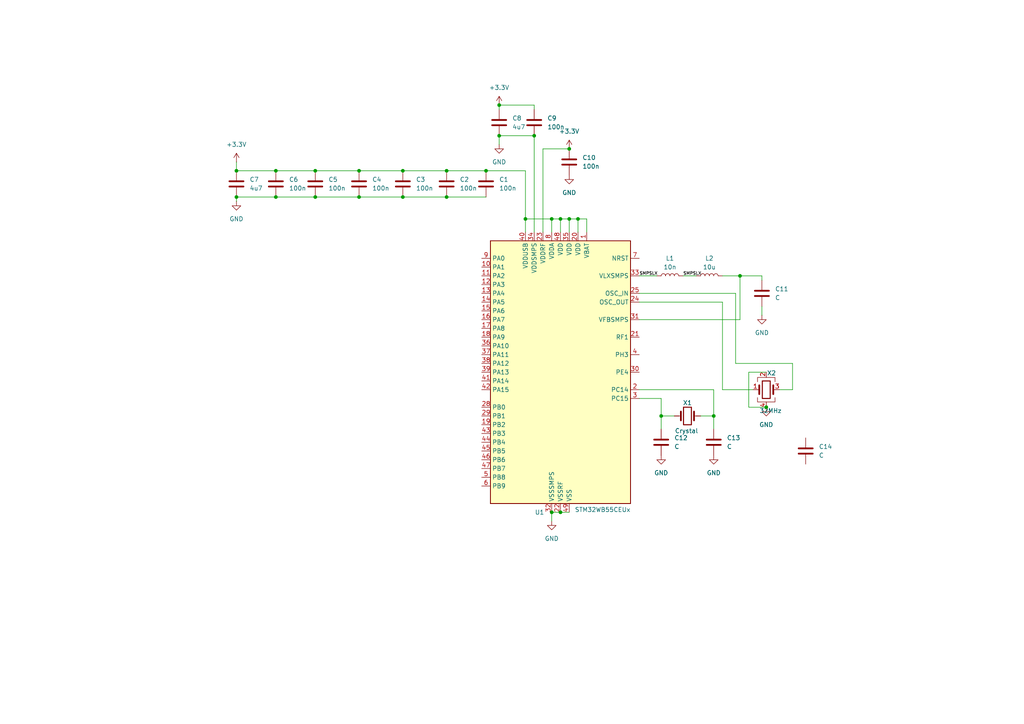
<source format=kicad_sch>
(kicad_sch (version 20250114) (generator "eeschema") (generator_version "9.0")
  (paper "A4")
  (lib_symbols
    (symbol "Device:C" (pin_numbers (hide yes)) (pin_names (offset 0.254))
      (property "Reference" "C" (at 0.635 2.54 0))
      (property "Value" "C" (at 0.635 -2.54 0))
      (symbol "C_0_1"
        (polyline (pts (xy -2.032 0.762) (xy 2.032 0.762)) (stroke (width 0.508)))
        (polyline (pts (xy -2.032 -0.762) (xy 2.032 -0.762)) (stroke (width 0.508)))
      )
      (symbol "C_1_1"
        (pin passive line (at 0 3.81 270) (length 2.794) (name "~") (number "1"))
        (pin passive line (at 0 -3.81 90) (length 2.794) (name "~") (number "2"))
      )
    )
    (symbol "Device:Crystal" (pin_numbers (hide yes)) (pin_names (offset 1.016) (hide yes))
      (property "Reference" "Y" (at 0 3.81 0))
      (property "Value" "Crystal" (at 0 -3.81 0))
      (symbol "Crystal_0_1"
        (polyline (pts (xy -2.54 0) (xy -1.905 0)))
        (polyline (pts (xy -1.905 -1.27) (xy -1.905 1.27)) (stroke (width 0.508)))
        (rectangle (start -1.143 2.54) (end 1.143 -2.54) (stroke (width 0.3048)))
        (polyline (pts (xy 1.905 -1.27) (xy 1.905 1.27)) (stroke (width 0.508)))
        (polyline (pts (xy 2.54 0) (xy 1.905 0)))
      )
      (symbol "Crystal_1_1"
        (pin passive line (at -3.81 0 0) (length 1.27) (name "1") (number "1"))
        (pin passive line (at 3.81 0 180) (length 1.27) (name "2") (number "2"))
      )
    )
    (symbol "Device:Crystal_GND24" (pin_names (offset 1.016) (hide yes))
      (property "Reference" "Y" (at 3.175 5.08 0))
      (property "Value" "Crystal_GND24" (at 3.175 3.175 0))
      (symbol "Crystal_GND24_0_1"
        (polyline (pts (xy -2.54 2.286) (xy -2.54 3.556) (xy 2.54 3.556) (xy 2.54 2.286)))
        (polyline (pts (xy -2.54 0) (xy -2.032 0)))
        (polyline (pts (xy -2.54 -2.286) (xy -2.54 -3.556) (xy 2.54 -3.556) (xy 2.54 -2.286)))
        (polyline (pts (xy -2.032 -1.27) (xy -2.032 1.27)) (stroke (width 0.508)))
        (rectangle (start -1.143 2.54) (end 1.143 -2.54) (stroke (width 0.3048)))
        (polyline (pts (xy 0 3.556) (xy 0 3.81)))
        (polyline (pts (xy 0 -3.81) (xy 0 -3.556)))
        (polyline (pts (xy 2.032 0) (xy 2.54 0)))
        (polyline (pts (xy 2.032 -1.27) (xy 2.032 1.27)) (stroke (width 0.508)))
      )
      (symbol "Crystal_GND24_1_1"
        (pin passive line (at -3.81 0 0) (length 1.27) (name "1") (number "1"))
        (pin passive line (at 0 5.08 270) (length 1.27) (name "2") (number "2"))
        (pin passive line (at 0 -5.08 90) (length 1.27) (name "4") (number "4"))
        (pin passive line (at 3.81 0 180) (length 1.27) (name "3") (number "3"))
      )
    )
    (symbol "Device:L" (pin_numbers (hide yes)) (pin_names (offset 1.016) (hide yes))
      (property "Reference" "L" (at -1.27 0 90))
      (property "Value" "L" (at 1.905 0 90))
      (symbol "L_0_1"
        (arc (start 0 2.54) (mid 0.6323 1.905) (end 0 1.27))
        (arc (start 0 1.27) (mid 0.6323 0.635) (end 0 0))
        (arc (start 0 0) (mid 0.6323 -0.635) (end 0 -1.27))
        (arc (start 0 -1.27) (mid 0.6323 -1.905) (end 0 -2.54))
      )
      (symbol "L_1_1"
        (pin passive line (at 0 3.81 270) (length 1.27) (name "1") (number "1"))
        (pin passive line (at 0 -3.81 90) (length 1.27) (name "2") (number "2"))
      )
    )
    (symbol "MCU_ST_STM32WB:STM32WB55CEUx"
      (property "Reference" "U" (at -20.32 39.37 0))
      (property "Value" "STM32WB55CEUx" (at 12.7 39.37 0))
      (symbol "STM32WB55CEUx_0_1"
        (rectangle (start -20.32 -38.1) (end 20.32 38.1) (stroke (width 0.254)) (fill (type background)))
      )
      (symbol "STM32WB55CEUx_1_1"
        (pin input line (at -22.86 33.02 0) (length 2.54) (name "NRST") (number "7"))
        (pin power_in line (at -22.86 27.94 0) (length 2.54) (name "VLXSMPS") (number "33"))
        (pin input line (at -22.86 22.86 0) (length 2.54) (name "OSC_IN") (number "25"))
        (pin input line (at -22.86 20.32 0) (length 2.54) (name "OSC_OUT") (number "24"))
        (pin input line (at -22.86 15.24 0) (length 2.54) (name "VFBSMPS") (number "31"))
        (pin bidirectional line (at -22.86 10.16 0) (length 2.54) (name "RF1") (number "21"))
        (pin bidirectional line (at -22.86 5.08 0) (length 2.54) (name "PH3") (number "4"))
        (pin bidirectional line (at -22.86 0 0) (length 2.54) (name "PE4") (number "30"))
        (pin bidirectional line (at -22.86 -5.08 0) (length 2.54) (name "PC14") (number "2"))
        (pin bidirectional line (at -22.86 -7.62 0) (length 2.54) (name "PC15") (number "3"))
        (pin no_connect line (at -20.32 -35.56 0) (length 2.54) (hide yes) (name "AT1") (number "27"))
        (pin no_connect line (at -20.32 -38.1 0) (length 2.54) (hide yes) (name "AT0") (number "26"))
        (pin power_in line (at -7.62 40.64 270) (length 2.54) (name "VBAT") (number "1"))
        (pin power_in line (at -5.08 40.64 270) (length 2.54) (name "VDD") (number "20"))
        (pin power_in line (at -2.54 40.64 270) (length 2.54) (name "VDD") (number "35"))
        (pin power_in line (at -2.54 -40.64 90) (length 2.54) (name "VSS") (number "49"))
        (pin power_in line (at 0 40.64 270) (length 2.54) (name "VDD") (number "48"))
        (pin power_in line (at 0 -40.64 90) (length 2.54) (name "VSSRF") (number "22"))
        (pin power_in line (at 2.54 40.64 270) (length 2.54) (name "VDDA") (number "8"))
        (pin power_in line (at 2.54 -40.64 90) (length 2.54) (name "VSSSMPS") (number "32"))
        (pin power_in line (at 5.08 40.64 270) (length 2.54) (name "VDDRF") (number "23"))
        (pin power_in line (at 7.62 40.64 270) (length 2.54) (name "VDDSMPS") (number "34"))
        (pin power_in line (at 10.16 40.64 270) (length 2.54) (name "VDDUSB") (number "40"))
        (pin bidirectional line (at 22.86 33.02 180) (length 2.54) (name "PA0") (number "9"))
        (pin bidirectional line (at 22.86 30.48 180) (length 2.54) (name "PA1") (number "10"))
        (pin bidirectional line (at 22.86 27.94 180) (length 2.54) (name "PA2") (number "11"))
        (pin bidirectional line (at 22.86 25.4 180) (length 2.54) (name "PA3") (number "12"))
        (pin bidirectional line (at 22.86 22.86 180) (length 2.54) (name "PA4") (number "13"))
        (pin bidirectional line (at 22.86 20.32 180) (length 2.54) (name "PA5") (number "14"))
        (pin bidirectional line (at 22.86 17.78 180) (length 2.54) (name "PA6") (number "15"))
        (pin bidirectional line (at 22.86 15.24 180) (length 2.54) (name "PA7") (number "16"))
        (pin bidirectional line (at 22.86 12.7 180) (length 2.54) (name "PA8") (number "17"))
        (pin bidirectional line (at 22.86 10.16 180) (length 2.54) (name "PA9") (number "18"))
        (pin bidirectional line (at 22.86 7.62 180) (length 2.54) (name "PA10") (number "36"))
        (pin bidirectional line (at 22.86 5.08 180) (length 2.54) (name "PA11") (number "37"))
        (pin bidirectional line (at 22.86 2.54 180) (length 2.54) (name "PA12") (number "38"))
        (pin bidirectional line (at 22.86 0 180) (length 2.54) (name "PA13") (number "39"))
        (pin bidirectional line (at 22.86 -2.54 180) (length 2.54) (name "PA14") (number "41"))
        (pin bidirectional line (at 22.86 -5.08 180) (length 2.54) (name "PA15") (number "42"))
        (pin bidirectional line (at 22.86 -10.16 180) (length 2.54) (name "PB0") (number "28"))
        (pin bidirectional line (at 22.86 -12.7 180) (length 2.54) (name "PB1") (number "29"))
        (pin bidirectional line (at 22.86 -15.24 180) (length 2.54) (name "PB2") (number "19"))
        (pin bidirectional line (at 22.86 -17.78 180) (length 2.54) (name "PB3") (number "43"))
        (pin bidirectional line (at 22.86 -20.32 180) (length 2.54) (name "PB4") (number "44"))
        (pin bidirectional line (at 22.86 -22.86 180) (length 2.54) (name "PB5") (number "45"))
        (pin bidirectional line (at 22.86 -25.4 180) (length 2.54) (name "PB6") (number "46"))
        (pin bidirectional line (at 22.86 -27.94 180) (length 2.54) (name "PB7") (number "47"))
        (pin bidirectional line (at 22.86 -30.48 180) (length 2.54) (name "PB8") (number "5"))
        (pin bidirectional line (at 22.86 -33.02 180) (length 2.54) (name "PB9") (number "6"))
      )
    )
    (symbol "power:+3.3V" (power) (pin_numbers (hide yes)) (pin_names (offset 0) (hide yes))
      (property "Value" "+3.3V" (at 0 3.556 0))
      (symbol "+3.3V_0_1"
        (polyline (pts (xy -0.762 1.27) (xy 0 2.54)))
        (polyline (pts (xy 0 2.54) (xy 0.762 1.27)))
        (polyline (pts (xy 0 0) (xy 0 2.54)))
      )
      (symbol "+3.3V_1_1"
        (pin power_in line (at 0 0 90) (length 0) (name "~") (number "1"))
      )
    )
    (symbol "power:GND" (power) (pin_numbers (hide yes)) (pin_names (offset 0) (hide yes))
      (property "Value" "GND" (at 0 -3.81 0))
      (symbol "GND_0_1"
        (polyline (pts (xy 0 0) (xy 0 -1.27) (xy 1.27 -1.27) (xy 0 -2.54) (xy -1.27 -1.27) (xy 0 -1.27)))
      )
      (symbol "GND_1_1"
        (pin power_in line (at 0 0 270) (length 0) (name "~") (number "1"))
      )
    )
  )
  (junction (at 222.25 118.11))
  (junction (at 68.58 57.15))
  (junction (at 167.64 63.5))
  (junction (at 144.78 39.37))
  (junction (at 162.56 148.59))
  (junction (at 80.01 49.53))
  (junction (at 80.01 57.15))
  (junction (at 68.58 49.53))
  (junction (at 104.14 57.15))
  (junction (at 207.01 120.65))
  (junction (at 160.02 63.5))
  (junction (at 154.94 39.37))
  (junction (at 152.4 63.5))
  (junction (at 91.44 57.15))
  (junction (at 165.1 43.18))
  (junction (at 116.84 49.53))
  (junction (at 104.14 49.53))
  (junction (at 165.1 63.5))
  (junction (at 162.56 63.5))
  (junction (at 116.84 57.15))
  (junction (at 140.97 49.53))
  (junction (at 129.54 49.53))
  (junction (at 129.54 57.15))
  (junction (at 91.44 49.53))
  (junction (at 191.77 120.65))
  (junction (at 160.02 148.59))
  (junction (at 144.78 30.48))
  (junction (at 214.63 80.01))
  (wire (pts (xy 160.02 63.5) (xy 160.02 67.31)))
  (wire (pts (xy 162.56 148.59) (xy 165.1 148.59)))
  (wire (pts (xy 144.78 30.48) (xy 144.78 31.75)))
  (wire (pts (xy 162.56 63.5) (xy 162.56 67.31)))
  (wire (pts (xy 68.58 57.15) (xy 80.01 57.15)))
  (wire (pts (xy 157.48 43.18) (xy 157.48 67.31)))
  (wire (pts (xy 91.44 49.53) (xy 104.14 49.53)))
  (wire (pts (xy 144.78 30.48) (xy 154.94 30.48)))
  (wire (pts (xy 214.63 80.01) (xy 220.98 80.01)))
  (wire (pts (xy 213.36 105.41) (xy 229.87 105.41)))
  (wire (pts (xy 160.02 148.59) (xy 162.56 148.59)))
  (wire (pts (xy 191.77 115.57) (xy 191.77 120.65)))
  (wire (pts (xy 218.44 113.03) (xy 209.55 113.03)))
  (wire (pts (xy 129.54 49.53) (xy 140.97 49.53)))
  (wire (pts (xy 185.42 80.01) (xy 190.5 80.01)))
  (wire (pts (xy 152.4 63.5) (xy 152.4 67.31)))
  (wire (pts (xy 68.58 49.53) (xy 80.01 49.53)))
  (wire (pts (xy 229.87 105.41) (xy 229.87 113.03)))
  (wire (pts (xy 129.54 57.15) (xy 140.97 57.15)))
  (wire (pts (xy 209.55 87.63) (xy 185.42 87.63)))
  (wire (pts (xy 104.14 57.15) (xy 116.84 57.15)))
  (wire (pts (xy 80.01 49.53) (xy 91.44 49.53)))
  (wire (pts (xy 104.14 49.53) (xy 116.84 49.53)))
  (wire (pts (xy 80.01 57.15) (xy 91.44 57.15)))
  (wire (pts (xy 144.78 39.37) (xy 144.78 41.91)))
  (wire (pts (xy 165.1 63.5) (xy 167.64 63.5)))
  (wire (pts (xy 154.94 30.48) (xy 154.94 31.75)))
  (wire (pts (xy 222.25 107.95) (xy 217.17 107.95)))
  (wire (pts (xy 198.12 80.01) (xy 201.93 80.01)))
  (wire (pts (xy 217.17 107.95) (xy 217.17 118.11)))
  (wire (pts (xy 165.1 63.5) (xy 165.1 67.31)))
  (wire (pts (xy 213.36 85.09) (xy 213.36 105.41)))
  (wire (pts (xy 185.42 92.71) (xy 214.63 92.71)))
  (wire (pts (xy 152.4 63.5) (xy 160.02 63.5)))
  (wire (pts (xy 162.56 63.5) (xy 165.1 63.5)))
  (wire (pts (xy 203.2 120.65) (xy 207.01 120.65)))
  (wire (pts (xy 170.18 63.5) (xy 170.18 67.31)))
  (wire (pts (xy 154.94 39.37) (xy 154.94 67.31)))
  (wire (pts (xy 68.58 57.15) (xy 68.58 58.42)))
  (wire (pts (xy 160.02 63.5) (xy 162.56 63.5)))
  (wire (pts (xy 207.01 120.65) (xy 207.01 124.46)))
  (wire (pts (xy 167.64 63.5) (xy 167.64 67.31)))
  (wire (pts (xy 185.42 115.57) (xy 191.77 115.57)))
  (wire (pts (xy 185.42 113.03) (xy 207.01 113.03)))
  (wire (pts (xy 191.77 120.65) (xy 195.58 120.65)))
  (wire (pts (xy 209.55 80.01) (xy 214.63 80.01)))
  (wire (pts (xy 160.02 148.59) (xy 160.02 151.13)))
  (wire (pts (xy 152.4 49.53) (xy 140.97 49.53)))
  (wire (pts (xy 217.17 118.11) (xy 222.25 118.11)))
  (wire (pts (xy 214.63 92.71) (xy 214.63 80.01)))
  (wire (pts (xy 185.42 85.09) (xy 213.36 85.09)))
  (wire (pts (xy 116.84 49.53) (xy 129.54 49.53)))
  (wire (pts (xy 220.98 91.44) (xy 220.98 88.9)))
  (wire (pts (xy 191.77 120.65) (xy 191.77 124.46)))
  (wire (pts (xy 144.78 39.37) (xy 154.94 39.37)))
  (wire (pts (xy 209.55 113.03) (xy 209.55 87.63)))
  (wire (pts (xy 68.58 46.99) (xy 68.58 49.53)))
  (wire (pts (xy 229.87 113.03) (xy 226.06 113.03)))
  (wire (pts (xy 91.44 57.15) (xy 104.14 57.15)))
  (wire (pts (xy 165.1 43.18) (xy 157.48 43.18)))
  (wire (pts (xy 207.01 113.03) (xy 207.01 120.65)))
  (wire (pts (xy 167.64 63.5) (xy 170.18 63.5)))
  (wire (pts (xy 116.84 57.15) (xy 129.54 57.15)))
  (wire (pts (xy 152.4 49.53) (xy 152.4 63.5)))
  (wire (pts (xy 220.98 80.01) (xy 220.98 81.28)))
  (label "SMPSLX" (at 198.12 80.01 0) (effects (font (size 0.889 0.889))))
  (label "SMPSLX" (at 185.42 80.01 0) (effects (font (size 0.889 0.889))))
  (symbol (lib_id "Device:C") (at 140.97 53.34 0) (unit 1)
    (property "Reference" "C1" (at 144.78 52.0699 0) (effects (justify left)))
    (property "Value" "100n" (at 144.78 54.6099 0) (effects (justify left)))
    (property "Description" "Unpolarized capacitor" (effects (hide yes)))
  )
  (symbol (lib_id "power:GND") (at 68.58 58.42 0) (unit 1)
    (property "Reference" "#PWR03" (effects (hide yes)))
    (property "Value" "GND" (at 68.58 63.5 0))
    (property "Description" "Power symbol creates a global label with name \"GND\" , ground" (effects (hide yes)))
  )
  (symbol (lib_id "power:GND") (at 165.1 50.8 0) (unit 1)
    (property "Reference" "#PWR07" (effects (hide yes)))
    (property "Value" "GND" (at 165.1 55.88 0))
    (property "Description" "Power symbol creates a global label with name \"GND\" , ground" (effects (hide yes)))
  )
  (symbol (lib_id "Device:C") (at 233.68 130.81 0) (unit 1)
    (property "Reference" "C14" (at 237.49 129.5399 0) (effects (justify left)))
    (property "Value" "C" (at 237.49 132.0799 0) (effects (justify left)))
    (property "Description" "Unpolarized capacitor" (effects (hide yes)))
  )
  (symbol (lib_id "Device:C") (at 144.78 35.56 0) (unit 1)
    (property "Reference" "C8" (at 148.59 34.2899 0) (effects (justify left)))
    (property "Value" "4u7" (at 148.59 36.8299 0) (effects (justify left)))
    (property "Description" "Unpolarized capacitor" (effects (hide yes)))
  )
  (symbol (lib_id "power:GND") (at 207.01 132.08 0) (unit 1)
    (property "Reference" "#PWR010" (effects (hide yes)))
    (property "Value" "GND" (at 207.01 137.16 0))
    (property "Description" "Power symbol creates a global label with name \"GND\" , ground" (effects (hide yes)))
  )
  (symbol (lib_id "Device:L") (at 205.74 80.01 90) (unit 1)
    (property "Reference" "L2" (at 205.74 74.93 90))
    (property "Value" "10u" (at 205.74 77.47 90))
    (property "Description" "Inductor" (effects (hide yes)))
  )
  (symbol (lib_id "power:GND") (at 160.02 151.13 0) (unit 1)
    (property "Reference" "#PWR01" (effects (hide yes)))
    (property "Value" "GND" (at 160.02 156.21 0))
    (property "Description" "Power symbol creates a global label with name \"GND\" , ground" (effects (hide yes)))
  )
  (symbol (lib_id "Device:C") (at 165.1 46.99 0) (unit 1)
    (property "Reference" "C10" (at 168.91 45.7199 0) (effects (justify left)))
    (property "Value" "100n" (at 168.91 48.2599 0) (effects (justify left)))
    (property "Description" "Unpolarized capacitor" (effects (hide yes)))
  )
  (symbol (lib_id "Device:C") (at 91.44 53.34 0) (unit 1)
    (property "Reference" "C5" (at 95.25 52.0699 0) (effects (justify left)))
    (property "Value" "100n" (at 95.25 54.6099 0) (effects (justify left)))
    (property "Description" "Unpolarized capacitor" (effects (hide yes)))
  )
  (symbol (lib_id "Device:C") (at 104.14 53.34 0) (unit 1)
    (property "Reference" "C4" (at 107.95 52.0699 0) (effects (justify left)))
    (property "Value" "100n" (at 107.95 54.6099 0) (effects (justify left)))
    (property "Description" "Unpolarized capacitor" (effects (hide yes)))
  )
  (symbol (lib_id "Device:C") (at 116.84 53.34 0) (unit 1)
    (property "Reference" "C3" (at 120.65 52.0699 0) (effects (justify left)))
    (property "Value" "100n" (at 120.65 54.6099 0) (effects (justify left)))
    (property "Description" "Unpolarized capacitor" (effects (hide yes)))
  )
  (symbol (lib_id "power:GND") (at 220.98 91.44 0) (unit 1)
    (property "Reference" "#PWR08" (effects (hide yes)))
    (property "Value" "GND" (at 220.98 96.52 0))
    (property "Description" "Power symbol creates a global label with name \"GND\" , ground" (effects (hide yes)))
  )
  (symbol (lib_id "Device:C") (at 220.98 85.09 0) (unit 1)
    (property "Reference" "C11" (at 224.79 83.8199 0) (effects (justify left)))
    (property "Value" "C" (at 224.79 86.3599 0) (effects (justify left)))
    (property "Description" "Unpolarized capacitor" (effects (hide yes)))
  )
  (symbol (lib_id "power:+3.3V") (at 144.78 30.48 0) (unit 1)
    (property "Reference" "#PWR05" (effects (hide yes)))
    (property "Value" "+3.3V" (at 144.78 25.4 0))
    (property "Description" "Power symbol creates a global label with name \"+3.3V\"" (effects (hide yes)))
  )
  (symbol (lib_id "power:GND") (at 222.25 118.11 0) (unit 1)
    (property "Reference" "#PWR09" (effects (hide yes)))
    (property "Value" "GND" (at 222.25 123.19 0))
    (property "Description" "Power symbol creates a global label with name \"GND\" , ground" (effects (hide yes)))
  )
  (symbol (lib_id "Device:C") (at 191.77 128.27 0) (unit 1)
    (property "Reference" "C12" (at 195.58 126.9999 0) (effects (justify left)))
    (property "Value" "C" (at 195.58 129.5399 0) (effects (justify left)))
    (property "Description" "Unpolarized capacitor" (effects (hide yes)))
  )
  (symbol (lib_id "power:+3.3V") (at 68.58 46.99 0) (unit 1)
    (property "Reference" "#PWR02" (effects (hide yes)))
    (property "Value" "+3.3V" (at 68.58 41.91 0))
    (property "Description" "Power symbol creates a global label with name \"+3.3V\"" (effects (hide yes)))
  )
  (symbol (lib_id "Device:Crystal") (at 199.39 120.65 0) (unit 1)
    (property "Reference" "X1" (at 199.39 116.84 0))
    (property "Value" "Crystal" (at 199.136 124.968 0))
    (property "Description" "Two pin crystal" (effects (hide yes)))
  )
  (symbol (lib_id "Device:C") (at 80.01 53.34 0) (unit 1)
    (property "Reference" "C6" (at 83.82 52.0699 0) (effects (justify left)))
    (property "Value" "100n" (at 83.82 54.6099 0) (effects (justify left)))
    (property "Description" "Unpolarized capacitor" (effects (hide yes)))
  )
  (symbol (lib_id "power:GND") (at 144.78 41.91 0) (unit 1)
    (property "Reference" "#PWR04" (effects (hide yes)))
    (property "Value" "GND" (at 144.78 46.99 0))
    (property "Description" "Power symbol creates a global label with name \"GND\" , ground" (effects (hide yes)))
  )
  (symbol (lib_id "Device:Crystal_GND24") (at 222.25 113.03 0) (unit 1)
    (property "Reference" "X2" (at 223.774 108.204 0))
    (property "Value" "32MHz" (at 223.52 119.126 0))
    (property "Description" "Four pin crystal, GND on pins 2 and 4" (effects (hide yes)))
  )
  (symbol (lib_id "Device:C") (at 68.58 53.34 0) (unit 1)
    (property "Reference" "C7" (at 72.39 52.0699 0) (effects (justify left)))
    (property "Value" "4u7" (at 72.39 54.6099 0) (effects (justify left)))
    (property "Description" "Unpolarized capacitor" (effects (hide yes)))
  )
  (symbol (lib_id "MCU_ST_STM32WB:STM32WB55CEUx") (at 162.56 107.95 0) (mirror y) (unit 1)
    (property "Reference" "U1" (at 157.8767 148.59 0) (effects (justify left)))
    (property "Value" "STM32WB55CEUx" (at 182.88 147.828 0) (effects (justify left)))
    (property "Footprint" "Package_DFN_QFN:QFN-48-1EP_7x7mm_P0.5mm_EP5.6x5.6mm" (effects (hide yes)))
    (property "Datasheet" "https://www.st.com/resource/en/datasheet/stm32wb55ce.pdf" (effects (hide yes)))
    (property "Description" "STMicroelectronics Arm Cortex-M4 MCU, 512KB flash, 256KB RAM, 64 MHz, 1.71-3.6V, 30 GPIO, UFQFPN48" (effects (hide yes)))
  )
  (symbol (lib_id "power:+3.3V") (at 165.1 43.18 0) (unit 1)
    (property "Reference" "#PWR06" (effects (hide yes)))
    (property "Value" "+3.3V" (at 165.1 38.1 0))
    (property "Description" "Power symbol creates a global label with name \"+3.3V\"" (effects (hide yes)))
  )
  (symbol (lib_id "Device:L") (at 194.31 80.01 90) (unit 1)
    (property "Reference" "L1" (at 194.31 74.93 90))
    (property "Value" "10n" (at 194.31 77.47 90))
    (property "Description" "Inductor" (effects (hide yes)))
  )
  (symbol (lib_id "Device:C") (at 207.01 128.27 0) (unit 1)
    (property "Reference" "C13" (at 210.82 126.9999 0) (effects (justify left)))
    (property "Value" "C" (at 210.82 129.5399 0) (effects (justify left)))
    (property "Description" "Unpolarized capacitor" (effects (hide yes)))
  )
  (symbol (lib_id "Device:C") (at 129.54 53.34 0) (unit 1)
    (property "Reference" "C2" (at 133.35 52.0699 0) (effects (justify left)))
    (property "Value" "100n" (at 133.35 54.6099 0) (effects (justify left)))
    (property "Description" "Unpolarized capacitor" (effects (hide yes)))
  )
  (symbol (lib_id "Device:C") (at 154.94 35.56 0) (unit 1)
    (property "Reference" "C9" (at 158.75 34.2899 0) (effects (justify left)))
    (property "Value" "100n" (at 158.75 36.8299 0) (effects (justify left)))
    (property "Description" "Unpolarized capacitor" (effects (hide yes)))
  )
  (symbol (lib_id "power:GND") (at 191.77 132.08 0) (unit 1)
    (property "Reference" "#PWR011" (effects (hide yes)))
    (property "Value" "GND" (at 191.77 137.16 0))
    (property "Description" "Power symbol creates a global label with name \"GND\" , ground" (effects (hide yes)))
  )
)
</source>
